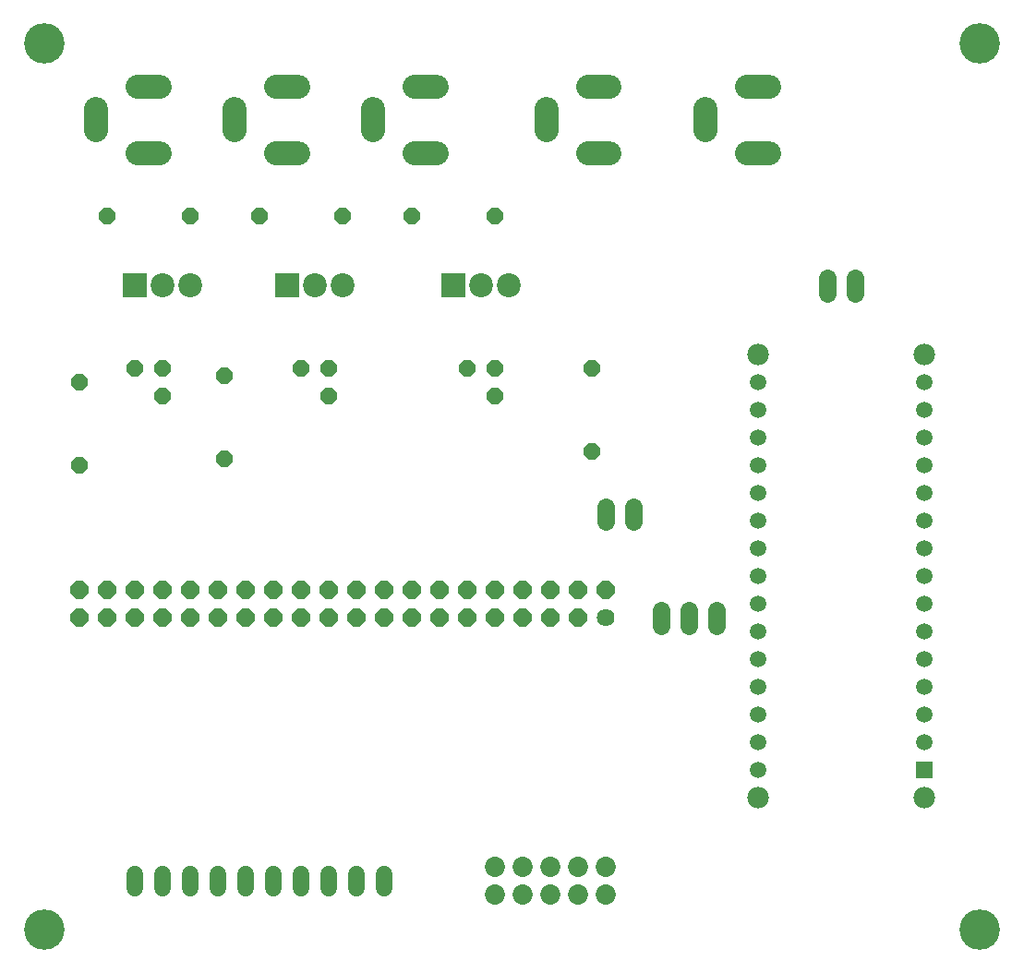
<source format=gbr>
G04 EAGLE Gerber RS-274X export*
G75*
%MOMM*%
%FSLAX34Y34*%
%LPD*%
%INSoldermask Top*%
%IPPOS*%
%AMOC8*
5,1,8,0,0,1.08239X$1,22.5*%
G01*
%ADD10C,3.708400*%
%ADD11C,2.203200*%
%ADD12C,1.524000*%
%ADD13C,1.981200*%
%ADD14R,1.511200X1.511200*%
%ADD15C,1.511200*%
%ADD16C,1.853200*%
%ADD17C,1.625600*%
%ADD18R,2.198200X2.198200*%
%ADD19C,2.198200*%
%ADD20P,1.649562X8X22.500000*%
%ADD21P,1.649562X8X292.500000*%
%ADD22P,1.649562X8X202.500000*%
%ADD23C,1.625600*%
%ADD24P,1.759533X8X202.500000*%
%ADD25P,1.649562X8X112.500000*%


D10*
X863600Y958850D03*
X6350Y958850D03*
X6350Y146050D03*
X863600Y146050D03*
D11*
X524350Y858000D02*
X504350Y858000D01*
X504350Y919000D02*
X524350Y919000D01*
X466350Y899000D02*
X466350Y879000D01*
X650400Y858000D02*
X670400Y858000D01*
X670400Y919000D02*
X650400Y919000D01*
X612400Y899000D02*
X612400Y879000D01*
D12*
X88900Y197104D02*
X88900Y183896D01*
X114300Y183896D02*
X114300Y197104D01*
X139700Y197104D02*
X139700Y183896D01*
X165100Y183896D02*
X165100Y197104D01*
X190500Y197104D02*
X190500Y183896D01*
X215900Y183896D02*
X215900Y197104D01*
X241300Y197104D02*
X241300Y183896D01*
X266700Y183896D02*
X266700Y197104D01*
X292100Y197104D02*
X292100Y183896D01*
X317500Y183896D02*
X317500Y197104D01*
D13*
X812800Y266700D03*
D14*
X812800Y292100D03*
D15*
X812800Y317500D03*
X812800Y342900D03*
X812800Y368300D03*
X812800Y393700D03*
X812800Y419100D03*
X812800Y444500D03*
X812800Y469900D03*
X812800Y495300D03*
X812800Y520700D03*
X812800Y546100D03*
X812800Y571500D03*
X812800Y596900D03*
X812800Y622300D03*
X812800Y647700D03*
X660400Y647700D03*
X660400Y622300D03*
X660400Y596900D03*
X660400Y571500D03*
X660400Y546100D03*
X660400Y520700D03*
X660400Y495300D03*
X660400Y469900D03*
X660400Y444500D03*
X660400Y419100D03*
X660400Y393700D03*
X660400Y368300D03*
X660400Y342900D03*
X660400Y317500D03*
X660400Y292100D03*
D13*
X660400Y266700D03*
X660400Y673100D03*
X812800Y673100D03*
D16*
X520700Y177800D03*
X520700Y203200D03*
X495300Y177800D03*
X495300Y203200D03*
X469900Y177800D03*
X469900Y203200D03*
X444500Y203200D03*
X444500Y177800D03*
X419100Y203200D03*
X419100Y177800D03*
D17*
X723900Y729488D02*
X723900Y743712D01*
X749300Y743712D02*
X749300Y729488D01*
X546100Y534162D02*
X546100Y519938D01*
X520700Y519938D02*
X520700Y534162D01*
X622300Y438912D02*
X622300Y424688D01*
X596900Y424688D02*
X596900Y438912D01*
X571500Y438912D02*
X571500Y424688D01*
D11*
X111600Y858000D02*
X91600Y858000D01*
X91600Y919000D02*
X111600Y919000D01*
X53600Y899000D02*
X53600Y879000D01*
X218600Y858000D02*
X238600Y858000D01*
X238600Y919000D02*
X218600Y919000D01*
X180600Y899000D02*
X180600Y879000D01*
X345600Y858000D02*
X365600Y858000D01*
X365600Y919000D02*
X345600Y919000D01*
X307600Y899000D02*
X307600Y879000D01*
D18*
X381000Y736600D03*
D19*
X406400Y736600D03*
X431800Y736600D03*
D18*
X228600Y736600D03*
D19*
X254000Y736600D03*
X279400Y736600D03*
D18*
X88900Y736600D03*
D19*
X114300Y736600D03*
X139700Y736600D03*
D20*
X203200Y800100D03*
X279400Y800100D03*
X63500Y800100D03*
X139700Y800100D03*
D21*
X38100Y647700D03*
X38100Y571500D03*
X171450Y654050D03*
X171450Y577850D03*
D22*
X419100Y800100D03*
X342900Y800100D03*
D21*
X508000Y660400D03*
X508000Y584200D03*
D23*
X520700Y431800D03*
D24*
X520700Y457200D03*
X495300Y431800D03*
X495300Y457200D03*
X469900Y431800D03*
X469900Y457200D03*
X444500Y431800D03*
X444500Y457200D03*
X419100Y431800D03*
X419100Y457200D03*
X393700Y431800D03*
X393700Y457200D03*
X368300Y431800D03*
X368300Y457200D03*
X342900Y431800D03*
X342900Y457200D03*
X317500Y431800D03*
X317500Y457200D03*
X292100Y431800D03*
X292100Y457200D03*
X266700Y431800D03*
X266700Y457200D03*
X241300Y431800D03*
X241300Y457200D03*
X215900Y431800D03*
X215900Y457200D03*
X190500Y431800D03*
X190500Y457200D03*
X165100Y431800D03*
X165100Y457200D03*
X139700Y431800D03*
X139700Y457200D03*
X114300Y431800D03*
X114300Y457200D03*
X88900Y431800D03*
X88900Y457200D03*
X63500Y431800D03*
X63500Y457200D03*
X38100Y431800D03*
X38100Y457200D03*
D25*
X266700Y635000D03*
X266700Y660400D03*
X241300Y660400D03*
X114300Y635000D03*
X114300Y660400D03*
X88900Y660400D03*
X419100Y635000D03*
X419100Y660400D03*
X393700Y660400D03*
M02*

</source>
